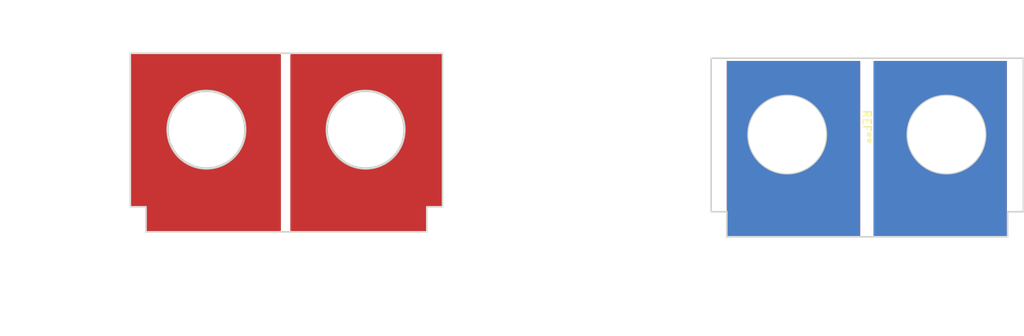
<source format=kicad_pcb>
(kicad_pcb (version 20221018) (generator pcbnew)
  (layers (0 "F.Cu" signal) (31 "B.Cu" signal) (34 "B.Paste" user) (35 "F.Paste" user) (36 "B.SilkS" user "B.Silkscreen") (37 "F.SilkS" user "F.Silkscreen") (38 "B.Mask" user) (39 "F.Mask" user) (44 "Edge.Cuts" user))
  (net 0 "")
  (footprint "PhilsFootprintLibrary:BN-43-3312-End-Plate" (layer "F.Cu") (at 146.95 105.19)
    (fp_text reference "REF**" (at 0 -0.5 -90 unlocked) (layer "F.SilkS") (effects (font (size 0.5 0.5) (thickness 0.1))))
    (fp_text value "BN-43-3312-End-Plate")
    (fp_line (start -9.925 -4.875) (end -9.925 4.925) (stroke (width 0.1)) (layer "Edge.Cuts"))
    (fp_line (start -9.925 4.925) (end -8.925 4.925) (stroke (width 0.1)) (layer "Edge.Cuts"))
    (fp_line (start -8.925 4.925) (end -8.925 6.525) (stroke (width 0.1)) (layer "Edge.Cuts"))
    (fp_line (start -8.925 6.525) (end 8.975 6.525) (stroke (width 0.1)) (layer "Edge.Cuts"))
    (fp_line (start 8.975 4.925) (end 9.875 4.925) (stroke (width 0.1)) (layer "Edge.Cuts"))
    (fp_line (start 8.975 6.525) (end 8.975 4.925) (stroke (width 0.1)) (layer "Edge.Cuts"))
    (fp_line (start 9.875 4.925) (end 9.975 4.925) (stroke (width 0.1)) (layer "Edge.Cuts"))
    (fp_line (start 9.975 -4.875) (end -9.925 -4.875) (stroke (width 0.1)) (layer "Edge.Cuts"))
    (fp_line (start 9.975 4.925) (end 9.975 -4.875) (stroke (width 0.1)) (layer "Edge.Cuts"))
    (fp_circle (center -5.075 0) (end -2.6 0) (stroke (width 0.15)) (fill none) (layer "Edge.Cuts"))
    (fp_circle (center 5.075 0) (end 7.55 0) (stroke (width 0.15)) (fill none) (layer "Edge.Cuts"))
    (pad "1" thru_hole custom (at -5.075 0) (size 8.5 11.2) (drill 4.95 (offset 0.4 0.9)) (layers "*.Cu" "F.Mask") (options (clearance outline) (anchor rect)) (primitives))
    (pad "2" thru_hole custom (at 5.075 0) (size 8.5 11.2) (drill 4.95 (offset -0.4 0.9)) (layers "*.Cu" "F.Mask") (options (clearance outline) (anchor rect)) (primitives))
  )
  (gr_circle (center 115 104.875) (end 117.475 104.875) (stroke (width 0.15)) (fill none) (layer "Edge.Cuts"))
  (gr_line (start 100 100) (end 100 109.8) (stroke (width 0.1)) (layer "Edge.Cuts"))
  (gr_line (start 118.9 109.8) (end 119.8 109.8) (stroke (width 0.1)) (layer "Edge.Cuts"))
  (gr_line (start 101 111.4) (end 118.9 111.4) (stroke (width 0.1)) (layer "Edge.Cuts"))
  (gr_line (start 119.9 109.8) (end 119.9 100) (stroke (width 0.1)) (layer "Edge.Cuts"))
  (gr_circle (center 104.85 104.875) (end 107.325 104.875) (stroke (width 0.15)) (fill none) (layer "Edge.Cuts"))
  (gr_line (start 119.9 100) (end 100 100) (stroke (width 0.1)) (layer "Edge.Cuts"))
  (gr_line (start 119.8 109.8) (end 119.9 109.8) (stroke (width 0.1)) (layer "Edge.Cuts"))
  (gr_line (start 118.9 111.4) (end 118.9 109.8) (stroke (width 0.1)) (layer "Edge.Cuts"))
  (gr_line (start 101 109.8) (end 101 111.4) (stroke (width 0.1)) (layer "Edge.Cuts"))
  (gr_line (start 100 109.8) (end 101 109.8) (stroke (width 0.1)) (layer "Edge.Cuts"))
  (zone (net 0) (net_name "") (layer "F.Cu") (connect_pads yes (clearance 0.5)) (min_thickness 0.25) (fill yes (thermal_gap 0.5) (thermal_bridge_width 0.5) (island_removal_mode 1) (island_area_min 10))
    (polygon (pts (xy 100 100) (xy 109.6 100) (xy 109.6 111.4) (xy 101 111.4) (xy 101 109.8) (xy 100 109.8)))
  )
  (zone (net 0) (net_name "") (layer "F.Cu") (priority 1) (connect_pads (clearance 0.5)) (min_thickness 0.25) (fill yes (thermal_gap 0.5) (thermal_bridge_width 0.5) (island_removal_mode 1) (island_area_min 10))
    (polygon (pts (xy 110.2 100) (xy 119.9 100) (xy 119.9 109.8) (xy 118.9 109.8) (xy 118.9 111.4) (xy 110.2 111.4)))
  )
)
</source>
